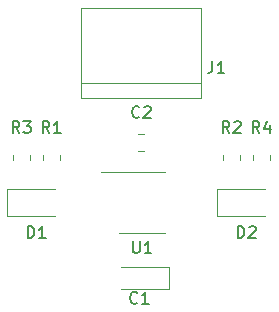
<source format=gbr>
%TF.GenerationSoftware,KiCad,Pcbnew,(6.0.10)*%
%TF.CreationDate,2023-02-16T14:14:42-08:00*%
%TF.ProjectId,Exercise 2,45786572-6369-4736-9520-322e6b696361,rev?*%
%TF.SameCoordinates,Original*%
%TF.FileFunction,Legend,Top*%
%TF.FilePolarity,Positive*%
%FSLAX46Y46*%
G04 Gerber Fmt 4.6, Leading zero omitted, Abs format (unit mm)*
G04 Created by KiCad (PCBNEW (6.0.10)) date 2023-02-16 14:14:42*
%MOMM*%
%LPD*%
G01*
G04 APERTURE LIST*
%ADD10C,0.150000*%
%ADD11C,0.120000*%
G04 APERTURE END LIST*
D10*
%TO.C,D2*%
X165631904Y-96972380D02*
X165631904Y-95972380D01*
X165870000Y-95972380D01*
X166012857Y-96020000D01*
X166108095Y-96115238D01*
X166155714Y-96210476D01*
X166203333Y-96400952D01*
X166203333Y-96543809D01*
X166155714Y-96734285D01*
X166108095Y-96829523D01*
X166012857Y-96924761D01*
X165870000Y-96972380D01*
X165631904Y-96972380D01*
X166584285Y-96067619D02*
X166631904Y-96020000D01*
X166727142Y-95972380D01*
X166965238Y-95972380D01*
X167060476Y-96020000D01*
X167108095Y-96067619D01*
X167155714Y-96162857D01*
X167155714Y-96258095D01*
X167108095Y-96400952D01*
X166536666Y-96972380D01*
X167155714Y-96972380D01*
%TO.C,R4*%
X167473333Y-88082380D02*
X167140000Y-87606190D01*
X166901904Y-88082380D02*
X166901904Y-87082380D01*
X167282857Y-87082380D01*
X167378095Y-87130000D01*
X167425714Y-87177619D01*
X167473333Y-87272857D01*
X167473333Y-87415714D01*
X167425714Y-87510952D01*
X167378095Y-87558571D01*
X167282857Y-87606190D01*
X166901904Y-87606190D01*
X168330476Y-87415714D02*
X168330476Y-88082380D01*
X168092380Y-87034761D02*
X167854285Y-87749047D01*
X168473333Y-87749047D01*
%TO.C,R3*%
X147153333Y-88082380D02*
X146820000Y-87606190D01*
X146581904Y-88082380D02*
X146581904Y-87082380D01*
X146962857Y-87082380D01*
X147058095Y-87130000D01*
X147105714Y-87177619D01*
X147153333Y-87272857D01*
X147153333Y-87415714D01*
X147105714Y-87510952D01*
X147058095Y-87558571D01*
X146962857Y-87606190D01*
X146581904Y-87606190D01*
X147486666Y-87082380D02*
X148105714Y-87082380D01*
X147772380Y-87463333D01*
X147915238Y-87463333D01*
X148010476Y-87510952D01*
X148058095Y-87558571D01*
X148105714Y-87653809D01*
X148105714Y-87891904D01*
X148058095Y-87987142D01*
X148010476Y-88034761D01*
X147915238Y-88082380D01*
X147629523Y-88082380D01*
X147534285Y-88034761D01*
X147486666Y-87987142D01*
%TO.C,R1*%
X149693333Y-88082380D02*
X149360000Y-87606190D01*
X149121904Y-88082380D02*
X149121904Y-87082380D01*
X149502857Y-87082380D01*
X149598095Y-87130000D01*
X149645714Y-87177619D01*
X149693333Y-87272857D01*
X149693333Y-87415714D01*
X149645714Y-87510952D01*
X149598095Y-87558571D01*
X149502857Y-87606190D01*
X149121904Y-87606190D01*
X150645714Y-88082380D02*
X150074285Y-88082380D01*
X150360000Y-88082380D02*
X150360000Y-87082380D01*
X150264761Y-87225238D01*
X150169523Y-87320476D01*
X150074285Y-87368095D01*
%TO.C,C2*%
X157313333Y-86717142D02*
X157265714Y-86764761D01*
X157122857Y-86812380D01*
X157027619Y-86812380D01*
X156884761Y-86764761D01*
X156789523Y-86669523D01*
X156741904Y-86574285D01*
X156694285Y-86383809D01*
X156694285Y-86240952D01*
X156741904Y-86050476D01*
X156789523Y-85955238D01*
X156884761Y-85860000D01*
X157027619Y-85812380D01*
X157122857Y-85812380D01*
X157265714Y-85860000D01*
X157313333Y-85907619D01*
X157694285Y-85907619D02*
X157741904Y-85860000D01*
X157837142Y-85812380D01*
X158075238Y-85812380D01*
X158170476Y-85860000D01*
X158218095Y-85907619D01*
X158265714Y-86002857D01*
X158265714Y-86098095D01*
X158218095Y-86240952D01*
X157646666Y-86812380D01*
X158265714Y-86812380D01*
%TO.C,C1*%
X157145833Y-102437142D02*
X157098214Y-102484761D01*
X156955357Y-102532380D01*
X156860119Y-102532380D01*
X156717261Y-102484761D01*
X156622023Y-102389523D01*
X156574404Y-102294285D01*
X156526785Y-102103809D01*
X156526785Y-101960952D01*
X156574404Y-101770476D01*
X156622023Y-101675238D01*
X156717261Y-101580000D01*
X156860119Y-101532380D01*
X156955357Y-101532380D01*
X157098214Y-101580000D01*
X157145833Y-101627619D01*
X158098214Y-102532380D02*
X157526785Y-102532380D01*
X157812500Y-102532380D02*
X157812500Y-101532380D01*
X157717261Y-101675238D01*
X157622023Y-101770476D01*
X157526785Y-101818095D01*
%TO.C,U1*%
X156748095Y-97242380D02*
X156748095Y-98051904D01*
X156795714Y-98147142D01*
X156843333Y-98194761D01*
X156938571Y-98242380D01*
X157129047Y-98242380D01*
X157224285Y-98194761D01*
X157271904Y-98147142D01*
X157319523Y-98051904D01*
X157319523Y-97242380D01*
X158319523Y-98242380D02*
X157748095Y-98242380D01*
X158033809Y-98242380D02*
X158033809Y-97242380D01*
X157938571Y-97385238D01*
X157843333Y-97480476D01*
X157748095Y-97528095D01*
%TO.C,R2*%
X164933333Y-88082380D02*
X164600000Y-87606190D01*
X164361904Y-88082380D02*
X164361904Y-87082380D01*
X164742857Y-87082380D01*
X164838095Y-87130000D01*
X164885714Y-87177619D01*
X164933333Y-87272857D01*
X164933333Y-87415714D01*
X164885714Y-87510952D01*
X164838095Y-87558571D01*
X164742857Y-87606190D01*
X164361904Y-87606190D01*
X165314285Y-87177619D02*
X165361904Y-87130000D01*
X165457142Y-87082380D01*
X165695238Y-87082380D01*
X165790476Y-87130000D01*
X165838095Y-87177619D01*
X165885714Y-87272857D01*
X165885714Y-87368095D01*
X165838095Y-87510952D01*
X165266666Y-88082380D01*
X165885714Y-88082380D01*
%TO.C,J1*%
X163496666Y-82002380D02*
X163496666Y-82716666D01*
X163449047Y-82859523D01*
X163353809Y-82954761D01*
X163210952Y-83002380D01*
X163115714Y-83002380D01*
X164496666Y-83002380D02*
X163925238Y-83002380D01*
X164210952Y-83002380D02*
X164210952Y-82002380D01*
X164115714Y-82145238D01*
X164020476Y-82240476D01*
X163925238Y-82288095D01*
%TO.C,D1*%
X147851904Y-96972380D02*
X147851904Y-95972380D01*
X148090000Y-95972380D01*
X148232857Y-96020000D01*
X148328095Y-96115238D01*
X148375714Y-96210476D01*
X148423333Y-96400952D01*
X148423333Y-96543809D01*
X148375714Y-96734285D01*
X148328095Y-96829523D01*
X148232857Y-96924761D01*
X148090000Y-96972380D01*
X147851904Y-96972380D01*
X149375714Y-96972380D02*
X148804285Y-96972380D01*
X149090000Y-96972380D02*
X149090000Y-95972380D01*
X148994761Y-96115238D01*
X148899523Y-96210476D01*
X148804285Y-96258095D01*
D11*
%TO.C,D2*%
X167970000Y-92845000D02*
X163910000Y-92845000D01*
X163910000Y-95115000D02*
X167970000Y-95115000D01*
X163910000Y-92845000D02*
X163910000Y-95115000D01*
%TO.C,R4*%
X166905000Y-89942936D02*
X166905000Y-90397064D01*
X168375000Y-89942936D02*
X168375000Y-90397064D01*
%TO.C,R3*%
X146585000Y-90397064D02*
X146585000Y-89942936D01*
X148055000Y-90397064D02*
X148055000Y-89942936D01*
%TO.C,R1*%
X149125000Y-90397064D02*
X149125000Y-89942936D01*
X150595000Y-90397064D02*
X150595000Y-89942936D01*
%TO.C,C2*%
X157741252Y-89635000D02*
X157218748Y-89635000D01*
X157741252Y-88165000D02*
X157218748Y-88165000D01*
%TO.C,C1*%
X159797500Y-99395000D02*
X155712500Y-99395000D01*
X159797500Y-101265000D02*
X159797500Y-99395000D01*
X155712500Y-101265000D02*
X159797500Y-101265000D01*
%TO.C,U1*%
X157510000Y-96540000D02*
X155560000Y-96540000D01*
X157510000Y-91420000D02*
X154060000Y-91420000D01*
X157510000Y-91420000D02*
X159460000Y-91420000D01*
X157510000Y-96540000D02*
X159460000Y-96540000D01*
%TO.C,R2*%
X165835000Y-90397064D02*
X165835000Y-89942936D01*
X164365000Y-90397064D02*
X164365000Y-89942936D01*
%TO.C,J1*%
X162560000Y-77470000D02*
X152400000Y-77470000D01*
X162560000Y-83820000D02*
X152400000Y-83820000D01*
X152400000Y-77470000D02*
X152400000Y-85090000D01*
X162560000Y-85090000D02*
X162560000Y-77470000D01*
X152400000Y-85090000D02*
X162560000Y-85090000D01*
%TO.C,D1*%
X150190000Y-92845000D02*
X146130000Y-92845000D01*
X146130000Y-95115000D02*
X150190000Y-95115000D01*
X146130000Y-92845000D02*
X146130000Y-95115000D01*
%TD*%
M02*

</source>
